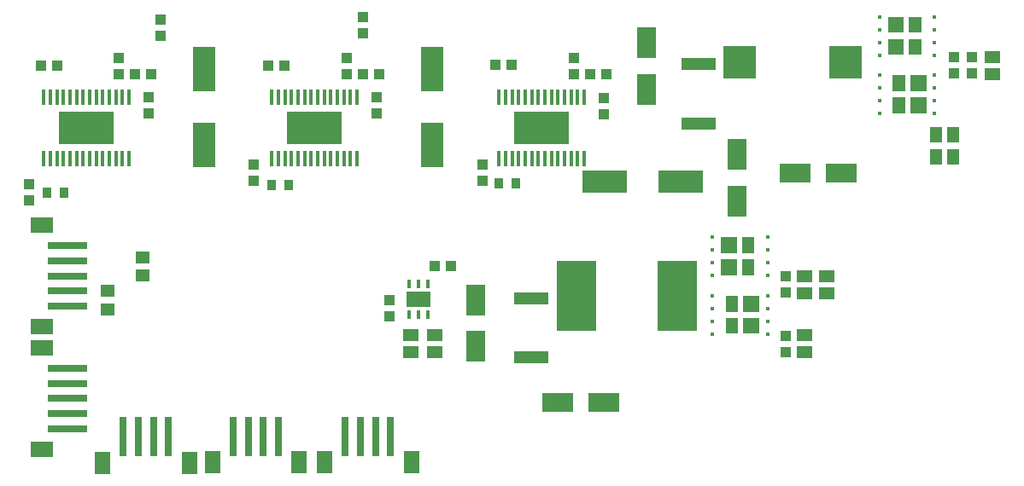
<source format=gtp>
G04*
G04 #@! TF.GenerationSoftware,Altium Limited,Altium Designer,19.0.15 (446)*
G04*
G04 Layer_Color=8421504*
%FSLAX44Y44*%
%MOMM*%
G71*
G01*
G75*
%ADD19R,1.0000X1.0000*%
%ADD20R,3.4000X1.3000*%
%ADD21R,1.0000X1.0000*%
%ADD22R,2.3000X4.5000*%
%ADD23R,4.5000X2.3000*%
%ADD24R,1.8288X3.0226*%
%ADD25R,5.4000X3.3000*%
%ADD26R,0.4500X1.6000*%
%ADD27R,0.9000X1.0000*%
%ADD28R,1.4000X1.2000*%
%ADD29R,3.2766X3.3020*%
%ADD30R,3.0226X1.8288*%
%ADD31R,3.9878X7.0104*%
%ADD32O,0.4000X0.9000*%
%ADD33R,2.4000X1.6500*%
%ADD34R,1.5000X1.3000*%
%ADD35R,0.4301X0.4501*%
%ADD36R,1.3000X1.5000*%
%ADD37R,0.7000X4.0000*%
%ADD38R,1.5000X2.3000*%
%ADD39R,4.0000X0.7000*%
%ADD40R,2.3000X1.5000*%
G36*
X750199Y185204D02*
Y200901D01*
X737850D01*
Y185204D01*
X750199D01*
D02*
G37*
G36*
X755200D02*
Y200901D01*
X771050D01*
Y185204D01*
X755200D01*
D02*
G37*
G36*
X750199Y222796D02*
Y207099D01*
X737850D01*
Y222796D01*
X750199D01*
D02*
G37*
G36*
X755200D02*
Y207099D01*
X771050D01*
Y222796D01*
X755200D01*
D02*
G37*
G36*
X748800Y243554D02*
Y259251D01*
X732950D01*
Y243554D01*
X748800D01*
D02*
G37*
G36*
X753801D02*
Y259251D01*
X766150D01*
Y243554D01*
X753801D01*
D02*
G37*
G36*
X748800Y281146D02*
Y265449D01*
X732950D01*
Y281146D01*
X748800D01*
D02*
G37*
G36*
X753801D02*
Y265449D01*
X766150D01*
Y281146D01*
X753801D01*
D02*
G37*
G36*
X915699Y404204D02*
Y419901D01*
X903350D01*
Y404204D01*
X915699D01*
D02*
G37*
G36*
X920700D02*
Y419901D01*
X936550D01*
Y404204D01*
X920700D01*
D02*
G37*
G36*
X915699Y441796D02*
Y426099D01*
X903350D01*
Y441796D01*
X915699D01*
D02*
G37*
G36*
X920700D02*
Y426099D01*
X936550D01*
Y441796D01*
X920700D01*
D02*
G37*
G36*
X914300Y462204D02*
Y477901D01*
X898450D01*
Y462204D01*
X914300D01*
D02*
G37*
G36*
X919301D02*
Y477901D01*
X931650D01*
Y462204D01*
X919301D01*
D02*
G37*
G36*
X914300Y499796D02*
Y484099D01*
X898450D01*
Y499796D01*
X914300D01*
D02*
G37*
G36*
X919301D02*
Y484099D01*
X931650D01*
Y499796D01*
X919301D01*
D02*
G37*
D19*
X617250Y403500D02*
D03*
Y419500D02*
D03*
X587250Y442750D02*
D03*
Y458750D02*
D03*
X362000Y443000D02*
D03*
Y459000D02*
D03*
X378000Y500000D02*
D03*
Y484000D02*
D03*
X391930Y404000D02*
D03*
Y420000D02*
D03*
X136000Y443000D02*
D03*
Y459000D02*
D03*
X177250Y496750D02*
D03*
Y480750D02*
D03*
X166000Y404000D02*
D03*
Y420000D02*
D03*
X497000Y353000D02*
D03*
Y337000D02*
D03*
X47500Y334000D02*
D03*
Y318000D02*
D03*
X270000Y353000D02*
D03*
Y337000D02*
D03*
X404000Y202250D02*
D03*
Y218250D02*
D03*
X797000Y166750D02*
D03*
Y182750D02*
D03*
Y226500D02*
D03*
Y242500D02*
D03*
X982000Y459750D02*
D03*
Y443750D02*
D03*
X964000Y459750D02*
D03*
Y443750D02*
D03*
D20*
X711000Y394000D02*
D03*
Y453000D02*
D03*
X545000Y161500D02*
D03*
Y220500D02*
D03*
D21*
X603750Y443000D02*
D03*
X619750D02*
D03*
X378500D02*
D03*
X394500D02*
D03*
X284000Y451250D02*
D03*
X300000D02*
D03*
X152500Y443000D02*
D03*
X168500D02*
D03*
X59000Y451250D02*
D03*
X75000D02*
D03*
X509750Y451928D02*
D03*
X525750D02*
D03*
X465000Y252500D02*
D03*
X449000D02*
D03*
D22*
X447000Y372250D02*
D03*
Y447750D02*
D03*
X221000Y372250D02*
D03*
Y447750D02*
D03*
D23*
X618000Y336000D02*
D03*
X693500D02*
D03*
D24*
X659000Y428013D02*
D03*
Y473987D02*
D03*
X749000Y317026D02*
D03*
Y363000D02*
D03*
X490000Y218987D02*
D03*
Y173013D02*
D03*
D25*
X555300Y390000D02*
D03*
X330000D02*
D03*
X104000D02*
D03*
D26*
X513050Y359500D02*
D03*
X519550D02*
D03*
X526050D02*
D03*
X532550D02*
D03*
X539050D02*
D03*
X545550D02*
D03*
X552050D02*
D03*
X558550D02*
D03*
X565050D02*
D03*
X571550D02*
D03*
X578050D02*
D03*
X584550D02*
D03*
X591050D02*
D03*
X597550D02*
D03*
X513050Y420500D02*
D03*
X519550D02*
D03*
X526050D02*
D03*
X532550D02*
D03*
X539050D02*
D03*
X545550D02*
D03*
X552050D02*
D03*
X558550D02*
D03*
X565050D02*
D03*
X571550D02*
D03*
X578050D02*
D03*
X584550D02*
D03*
X591050D02*
D03*
X597550D02*
D03*
X287750Y359500D02*
D03*
X294250D02*
D03*
X300750D02*
D03*
X307250D02*
D03*
X313750D02*
D03*
X320250D02*
D03*
X326750D02*
D03*
X333250D02*
D03*
X339750D02*
D03*
X346250D02*
D03*
X352750D02*
D03*
X359250D02*
D03*
X365750D02*
D03*
X372250D02*
D03*
X287750Y420500D02*
D03*
X294250D02*
D03*
X300750D02*
D03*
X307250D02*
D03*
X313750D02*
D03*
X320250D02*
D03*
X326750D02*
D03*
X333250D02*
D03*
X339750D02*
D03*
X346250D02*
D03*
X352750D02*
D03*
X359250D02*
D03*
X365750D02*
D03*
X372250D02*
D03*
X61750Y359500D02*
D03*
X68250D02*
D03*
X74750D02*
D03*
X81250D02*
D03*
X87750D02*
D03*
X94250D02*
D03*
X100750D02*
D03*
X107250D02*
D03*
X113750D02*
D03*
X120250D02*
D03*
X126750D02*
D03*
X133250D02*
D03*
X139750D02*
D03*
X146250D02*
D03*
X61750Y420500D02*
D03*
X68250D02*
D03*
X74750D02*
D03*
X81250D02*
D03*
X87750D02*
D03*
X94250D02*
D03*
X100750D02*
D03*
X107250D02*
D03*
X113750D02*
D03*
X120250D02*
D03*
X126750D02*
D03*
X133250D02*
D03*
X139750D02*
D03*
X146250D02*
D03*
D27*
X530050Y334250D02*
D03*
X513050D02*
D03*
X304375Y332625D02*
D03*
X287375D02*
D03*
X82000Y325000D02*
D03*
X65000D02*
D03*
D28*
X160000Y242750D02*
D03*
Y260750D02*
D03*
X124750Y227500D02*
D03*
Y209500D02*
D03*
D29*
X856832Y454950D02*
D03*
X751168D02*
D03*
D30*
X852237Y344750D02*
D03*
X806263D02*
D03*
X616987Y117000D02*
D03*
X571013D02*
D03*
D31*
X689911Y223000D02*
D03*
X590089D02*
D03*
D32*
X442750Y234500D02*
D03*
X433250D02*
D03*
X423750D02*
D03*
Y204000D02*
D03*
X433250D02*
D03*
X442750D02*
D03*
D33*
X433249Y219251D02*
D03*
D34*
X449250Y183750D02*
D03*
Y166750D02*
D03*
X425750Y183750D02*
D03*
Y166750D02*
D03*
X816250Y183750D02*
D03*
Y166750D02*
D03*
X816000Y225500D02*
D03*
Y242500D02*
D03*
X838000Y225500D02*
D03*
Y242500D02*
D03*
X1002000Y442750D02*
D03*
Y459750D02*
D03*
D35*
X724649Y243300D02*
D03*
Y256000D02*
D03*
Y268700D02*
D03*
Y281400D02*
D03*
X779351D02*
D03*
Y268700D02*
D03*
Y256000D02*
D03*
Y243300D02*
D03*
Y223050D02*
D03*
Y210350D02*
D03*
Y197650D02*
D03*
Y184950D02*
D03*
X724649D02*
D03*
Y197650D02*
D03*
Y210350D02*
D03*
Y223050D02*
D03*
X890149Y461950D02*
D03*
Y474650D02*
D03*
Y487350D02*
D03*
Y500050D02*
D03*
X944851D02*
D03*
Y487350D02*
D03*
Y474650D02*
D03*
Y461950D02*
D03*
Y442050D02*
D03*
Y429350D02*
D03*
Y416650D02*
D03*
Y403950D02*
D03*
X890149D02*
D03*
Y416650D02*
D03*
Y429350D02*
D03*
Y442050D02*
D03*
D36*
X963250Y361000D02*
D03*
X946250D02*
D03*
X963250Y383000D02*
D03*
X946250D02*
D03*
D37*
X140500Y83000D02*
D03*
X155500D02*
D03*
X170500D02*
D03*
X185500D02*
D03*
X249500Y83500D02*
D03*
X264500D02*
D03*
X279500D02*
D03*
X294500D02*
D03*
X360500D02*
D03*
X375500D02*
D03*
X390500D02*
D03*
X405500D02*
D03*
D38*
X120000Y57000D02*
D03*
X206000D02*
D03*
X229000Y57500D02*
D03*
X315000D02*
D03*
X340000D02*
D03*
X426000D02*
D03*
D39*
X85390Y120904D02*
D03*
Y90904D02*
D03*
Y105904D02*
D03*
Y135904D02*
D03*
Y150904D02*
D03*
Y242570D02*
D03*
Y212570D02*
D03*
Y227570D02*
D03*
Y257570D02*
D03*
Y272570D02*
D03*
D40*
X59390Y70404D02*
D03*
Y171404D02*
D03*
Y192070D02*
D03*
Y293070D02*
D03*
M02*

</source>
